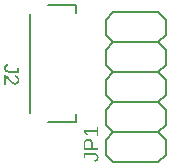
<source format=gbr>
G04 EAGLE Gerber RS-274X export*
G75*
%MOMM*%
%FSLAX34Y34*%
%LPD*%
%INSilkscreen Top*%
%IPPOS*%
%AMOC8*
5,1,8,0,0,1.08239X$1,22.5*%
G01*
G04 Define Apertures*
%ADD10C,0.152400*%
G36*
X168250Y-51387D02*
X163442Y-51387D01*
X163442Y-47761D01*
X163425Y-47283D01*
X163377Y-46831D01*
X163296Y-46405D01*
X163183Y-46004D01*
X163038Y-45628D01*
X162860Y-45279D01*
X162650Y-44955D01*
X162408Y-44656D01*
X162138Y-44388D01*
X161846Y-44156D01*
X161532Y-43960D01*
X161195Y-43799D01*
X160836Y-43674D01*
X160454Y-43584D01*
X160050Y-43531D01*
X159623Y-43513D01*
X159193Y-43531D01*
X158788Y-43584D01*
X158408Y-43673D01*
X158053Y-43798D01*
X157723Y-43958D01*
X157417Y-44154D01*
X157137Y-44385D01*
X156881Y-44652D01*
X156654Y-44951D01*
X156456Y-45280D01*
X156289Y-45637D01*
X156152Y-46025D01*
X156046Y-46441D01*
X155970Y-46887D01*
X155924Y-47362D01*
X155909Y-47866D01*
X155909Y-53060D01*
X168250Y-53060D01*
X168250Y-51387D01*
G37*
G36*
X168250Y-33462D02*
X166910Y-33462D01*
X166910Y-36467D01*
X155909Y-36467D01*
X155909Y-37921D01*
X157915Y-40837D01*
X159404Y-40837D01*
X157416Y-38052D01*
X166910Y-38052D01*
X166910Y-41196D01*
X168250Y-41196D01*
X168250Y-33462D01*
G37*
G36*
X165577Y-63136D02*
X165944Y-63033D01*
X166286Y-62910D01*
X166602Y-62767D01*
X166893Y-62604D01*
X167159Y-62421D01*
X167400Y-62218D01*
X167615Y-61996D01*
X167805Y-61753D01*
X167969Y-61491D01*
X168109Y-61208D01*
X168223Y-60906D01*
X168311Y-60584D01*
X168375Y-60241D01*
X168413Y-59879D01*
X168425Y-59497D01*
X168409Y-59086D01*
X168361Y-58697D01*
X168280Y-58331D01*
X168168Y-57987D01*
X168023Y-57665D01*
X167846Y-57366D01*
X167637Y-57089D01*
X167396Y-56835D01*
X167127Y-56607D01*
X166834Y-56409D01*
X166516Y-56242D01*
X166175Y-56106D01*
X165810Y-55999D01*
X165421Y-55923D01*
X165008Y-55878D01*
X164571Y-55863D01*
X155909Y-55863D01*
X155909Y-59900D01*
X157276Y-59900D01*
X157276Y-57527D01*
X164606Y-57527D01*
X164900Y-57535D01*
X165174Y-57560D01*
X165431Y-57601D01*
X165670Y-57658D01*
X165890Y-57732D01*
X166092Y-57822D01*
X166276Y-57929D01*
X166441Y-58052D01*
X166588Y-58190D01*
X166715Y-58339D01*
X166823Y-58501D01*
X166911Y-58674D01*
X166980Y-58860D01*
X167028Y-59057D01*
X167058Y-59267D01*
X167068Y-59489D01*
X167059Y-59692D01*
X167032Y-59887D01*
X166988Y-60073D01*
X166925Y-60251D01*
X166845Y-60419D01*
X166747Y-60579D01*
X166632Y-60730D01*
X166498Y-60872D01*
X166349Y-61004D01*
X166186Y-61124D01*
X166009Y-61231D01*
X165817Y-61326D01*
X165612Y-61408D01*
X165393Y-61478D01*
X165160Y-61536D01*
X164913Y-61582D01*
X165185Y-63220D01*
X165577Y-63136D01*
G37*
%LPC*%
G36*
X157249Y-51387D02*
X157249Y-48067D01*
X157259Y-47720D01*
X157287Y-47394D01*
X157333Y-47091D01*
X157399Y-46811D01*
X157483Y-46553D01*
X157586Y-46317D01*
X157707Y-46104D01*
X157847Y-45913D01*
X158006Y-45745D01*
X158183Y-45599D01*
X158379Y-45475D01*
X158594Y-45374D01*
X158828Y-45296D01*
X159080Y-45240D01*
X159351Y-45206D01*
X159640Y-45195D01*
X159941Y-45206D01*
X160221Y-45238D01*
X160483Y-45293D01*
X160725Y-45370D01*
X160947Y-45468D01*
X161151Y-45589D01*
X161335Y-45731D01*
X161499Y-45895D01*
X161645Y-46081D01*
X161770Y-46289D01*
X161877Y-46519D01*
X161964Y-46771D01*
X162032Y-47045D01*
X162080Y-47341D01*
X162109Y-47658D01*
X162119Y-47997D01*
X162119Y-51387D01*
X157249Y-51387D01*
G37*
%LPD*%
G36*
X89976Y8395D02*
X90286Y8243D01*
X90601Y8049D01*
X90923Y7814D01*
X91250Y7537D01*
X91591Y7213D01*
X91952Y6838D01*
X92333Y6412D01*
X92735Y5934D01*
X93431Y5092D01*
X94029Y4399D01*
X94530Y3853D01*
X94933Y3455D01*
X95288Y3151D01*
X95643Y2887D01*
X95998Y2663D01*
X96352Y2479D01*
X96708Y2335D01*
X97064Y2232D01*
X97421Y2171D01*
X97780Y2150D01*
X98173Y2166D01*
X98544Y2213D01*
X98891Y2291D01*
X99215Y2401D01*
X99516Y2542D01*
X99794Y2714D01*
X100049Y2918D01*
X100280Y3153D01*
X100487Y3417D01*
X100666Y3708D01*
X100817Y4026D01*
X100941Y4372D01*
X101037Y4744D01*
X101106Y5143D01*
X101147Y5568D01*
X101161Y6021D01*
X101147Y6437D01*
X101106Y6832D01*
X101038Y7209D01*
X100942Y7566D01*
X100819Y7904D01*
X100668Y8223D01*
X100490Y8522D01*
X100285Y8802D01*
X100056Y9058D01*
X99809Y9286D01*
X99543Y9486D01*
X99258Y9657D01*
X98954Y9800D01*
X98631Y9915D01*
X98289Y10001D01*
X97929Y10059D01*
X97780Y8448D01*
X98020Y8411D01*
X98247Y8357D01*
X98460Y8286D01*
X98659Y8199D01*
X98844Y8095D01*
X99016Y7974D01*
X99173Y7836D01*
X99317Y7681D01*
X99445Y7512D01*
X99557Y7333D01*
X99651Y7142D01*
X99728Y6940D01*
X99787Y6727D01*
X99830Y6503D01*
X99856Y6268D01*
X99864Y6021D01*
X99856Y5764D01*
X99829Y5521D01*
X99786Y5292D01*
X99724Y5078D01*
X99645Y4878D01*
X99549Y4693D01*
X99435Y4522D01*
X99304Y4366D01*
X99157Y4226D01*
X98995Y4105D01*
X98819Y4003D01*
X98629Y3919D01*
X98425Y3854D01*
X98207Y3808D01*
X97974Y3780D01*
X97727Y3770D01*
X97361Y3792D01*
X97014Y3857D01*
X96686Y3965D01*
X96379Y4116D01*
X96084Y4303D01*
X95796Y4516D01*
X95515Y4756D01*
X95240Y5023D01*
X94697Y5617D01*
X94154Y6280D01*
X93588Y6979D01*
X92976Y7686D01*
X92649Y8036D01*
X92304Y8379D01*
X91940Y8713D01*
X91557Y9039D01*
X91150Y9348D01*
X90713Y9633D01*
X90246Y9893D01*
X89748Y10129D01*
X88636Y10129D01*
X88636Y1957D01*
X89976Y1957D01*
X89976Y8395D01*
G37*
G36*
X100977Y16400D02*
X99610Y16400D01*
X99610Y14027D01*
X92280Y14027D01*
X91986Y14035D01*
X91712Y14060D01*
X91455Y14101D01*
X91216Y14158D01*
X90996Y14232D01*
X90794Y14322D01*
X90610Y14429D01*
X90445Y14552D01*
X90298Y14690D01*
X90171Y14839D01*
X90063Y15001D01*
X89975Y15174D01*
X89906Y15360D01*
X89858Y15557D01*
X89828Y15767D01*
X89818Y15989D01*
X89827Y16192D01*
X89854Y16387D01*
X89898Y16573D01*
X89961Y16751D01*
X90041Y16919D01*
X90139Y17079D01*
X90254Y17230D01*
X90388Y17372D01*
X90537Y17504D01*
X90700Y17624D01*
X90878Y17731D01*
X91069Y17826D01*
X91274Y17908D01*
X91493Y17978D01*
X91726Y18036D01*
X91973Y18082D01*
X91701Y19720D01*
X91309Y19636D01*
X90942Y19533D01*
X90600Y19410D01*
X90284Y19267D01*
X89993Y19104D01*
X89727Y18921D01*
X89486Y18718D01*
X89271Y18496D01*
X89081Y18253D01*
X88917Y17991D01*
X88777Y17708D01*
X88663Y17406D01*
X88575Y17084D01*
X88511Y16741D01*
X88474Y16379D01*
X88461Y15997D01*
X88477Y15586D01*
X88525Y15197D01*
X88606Y14831D01*
X88718Y14487D01*
X88863Y14165D01*
X89040Y13866D01*
X89249Y13589D01*
X89490Y13335D01*
X89759Y13107D01*
X90052Y12909D01*
X90370Y12742D01*
X90711Y12606D01*
X91076Y12499D01*
X91465Y12423D01*
X91878Y12378D01*
X92315Y12363D01*
X100977Y12363D01*
X100977Y16400D01*
G37*
D10*
X219050Y-63500D02*
X225400Y-57150D01*
X225400Y-44450D02*
X219050Y-38100D01*
X225400Y-31750D01*
X225400Y-19050D02*
X219050Y-12700D01*
X225400Y-6350D01*
X225400Y6350D02*
X219050Y12700D01*
X225400Y19050D01*
X225400Y31750D02*
X219050Y38100D01*
X219050Y-63500D02*
X180950Y-63500D01*
X174600Y-57150D01*
X174600Y-44450D01*
X180950Y-38100D01*
X174600Y-31750D01*
X174600Y-19050D01*
X180950Y-12700D01*
X174600Y-6350D01*
X174600Y6350D01*
X180950Y12700D01*
X174600Y19050D01*
X174600Y31750D01*
X180950Y38100D01*
X180950Y-38100D02*
X219050Y-38100D01*
X219050Y-12700D02*
X180950Y-12700D01*
X180950Y12700D02*
X219050Y12700D01*
X219050Y38100D02*
X180950Y38100D01*
X225400Y31750D02*
X225400Y19050D01*
X225400Y6350D02*
X225400Y-6350D01*
X225400Y-19050D02*
X225400Y-31750D01*
X225400Y-44450D02*
X225400Y-57150D01*
X219050Y38100D02*
X225400Y44450D01*
X225400Y57150D02*
X219050Y63500D01*
X180950Y38100D02*
X174600Y44450D01*
X174600Y57150D01*
X180950Y63500D01*
X219050Y63500D01*
X225400Y57150D02*
X225400Y44450D01*
X110696Y61656D02*
X110696Y-21656D01*
X125936Y-29784D02*
X149304Y-29784D01*
X149304Y-22418D01*
X149304Y69784D02*
X125936Y69784D01*
X149304Y69784D02*
X149304Y62418D01*
M02*

</source>
